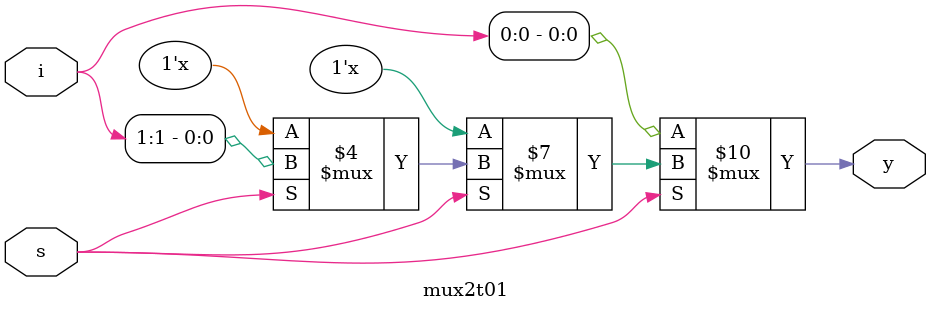
<source format=v>
module mux2t01(s,i,y);
  input [1:0]i;
  output reg y;
  input s;
  always @ (*) begin
    if(!s) begin
      y=i[0];
    end
    else if(s) begin
      y=i[1];
    end
  end
endmodule

</source>
